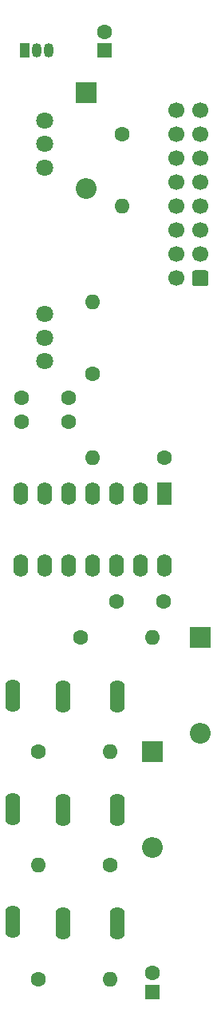
<source format=gbr>
G04 #@! TF.GenerationSoftware,KiCad,Pcbnew,(5.1.9)-1*
G04 #@! TF.CreationDate,2021-03-24T07:37:38+01:00*
G04 #@! TF.ProjectId,APC Eurorack Main,41504320-4575-4726-9f72-61636b204d61,rev?*
G04 #@! TF.SameCoordinates,Original*
G04 #@! TF.FileFunction,Soldermask,Top*
G04 #@! TF.FilePolarity,Negative*
%FSLAX46Y46*%
G04 Gerber Fmt 4.6, Leading zero omitted, Abs format (unit mm)*
G04 Created by KiCad (PCBNEW (5.1.9)-1) date 2021-03-24 07:37:38*
%MOMM*%
%LPD*%
G01*
G04 APERTURE LIST*
%ADD10O,1.600000X1.600000*%
%ADD11C,1.600000*%
%ADD12C,1.800000*%
%ADD13O,1.600000X3.500000*%
%ADD14C,1.700000*%
%ADD15O,1.600000X2.400000*%
%ADD16R,1.600000X2.400000*%
%ADD17R,1.050000X1.500000*%
%ADD18O,1.050000X1.500000*%
%ADD19O,2.200000X2.200000*%
%ADD20R,2.200000X2.200000*%
%ADD21R,1.600000X1.600000*%
G04 APERTURE END LIST*
D10*
G04 #@! TO.C,R1*
X10160000Y-50800000D03*
D11*
X17780000Y-50800000D03*
G04 #@! TD*
D12*
G04 #@! TO.C,R11*
X5080000Y-35560000D03*
X5080000Y-38060000D03*
X5080000Y-40560000D03*
G04 #@! TD*
G04 #@! TO.C,R10*
X5080000Y-15000000D03*
X5080000Y-17500000D03*
X5080000Y-20000000D03*
G04 #@! TD*
D13*
G04 #@! TO.C,J6*
X12800000Y-76100000D03*
X7000000Y-76100000D03*
X1700000Y-76000000D03*
G04 #@! TD*
G04 #@! TO.C,J5*
X12800000Y-100100000D03*
X7000000Y-100100000D03*
X1700000Y-100000000D03*
G04 #@! TD*
G04 #@! TO.C,J4*
X12800000Y-88100000D03*
X7000000Y-88100000D03*
X1700000Y-88000000D03*
G04 #@! TD*
D10*
G04 #@! TO.C,R9*
X10160000Y-34290000D03*
D11*
X10160000Y-41910000D03*
G04 #@! TD*
D10*
G04 #@! TO.C,R8*
X16510000Y-69850000D03*
D11*
X8890000Y-69850000D03*
G04 #@! TD*
D10*
G04 #@! TO.C,R7*
X12065000Y-81915000D03*
D11*
X4445000Y-81915000D03*
G04 #@! TD*
D10*
G04 #@! TO.C,R4*
X12065000Y-106045000D03*
D11*
X4445000Y-106045000D03*
G04 #@! TD*
D10*
G04 #@! TO.C,R3*
X4445000Y-93980000D03*
D11*
X12065000Y-93980000D03*
G04 #@! TD*
D10*
G04 #@! TO.C,R2*
X13335000Y-24130000D03*
D11*
X13335000Y-16510000D03*
G04 #@! TD*
D14*
G04 #@! TO.C,J1*
X19050000Y-13970000D03*
X19050000Y-16510000D03*
X19050000Y-19050000D03*
X19050000Y-21590000D03*
X19050000Y-24130000D03*
X19050000Y-26670000D03*
X19050000Y-29210000D03*
X19050000Y-31750000D03*
X21590000Y-13970000D03*
X21590000Y-16510000D03*
X21590000Y-19050000D03*
X21590000Y-21590000D03*
X21590000Y-24130000D03*
X21590000Y-26670000D03*
X21590000Y-29210000D03*
G36*
G01*
X22440000Y-31150000D02*
X22440000Y-32350000D01*
G75*
G02*
X22190000Y-32600000I-250000J0D01*
G01*
X20990000Y-32600000D01*
G75*
G02*
X20740000Y-32350000I0J250000D01*
G01*
X20740000Y-31150000D01*
G75*
G02*
X20990000Y-30900000I250000J0D01*
G01*
X22190000Y-30900000D01*
G75*
G02*
X22440000Y-31150000I0J-250000D01*
G01*
G37*
G04 #@! TD*
D15*
G04 #@! TO.C,IC2*
X17780000Y-62230000D03*
X2540000Y-54610000D03*
X15240000Y-62230000D03*
X5080000Y-54610000D03*
X12700000Y-62230000D03*
X7620000Y-54610000D03*
X10160000Y-62230000D03*
X10160000Y-54610000D03*
X7620000Y-62230000D03*
X12700000Y-54610000D03*
X5080000Y-62230000D03*
X15240000Y-54610000D03*
X2540000Y-62230000D03*
D16*
X17780000Y-54610000D03*
G04 #@! TD*
D17*
G04 #@! TO.C,IC1*
X3000000Y-7620000D03*
D18*
X5540000Y-7620000D03*
X4270000Y-7620000D03*
G04 #@! TD*
D19*
G04 #@! TO.C,D3*
X21590000Y-80010000D03*
D20*
X21590000Y-69850000D03*
G04 #@! TD*
D19*
G04 #@! TO.C,D2*
X16510000Y-92075000D03*
D20*
X16510000Y-81915000D03*
G04 #@! TD*
D19*
G04 #@! TO.C,D1*
X9525000Y-22225000D03*
D20*
X9525000Y-12065000D03*
G04 #@! TD*
D11*
G04 #@! TO.C,C5*
X11430000Y-5620000D03*
D21*
X11430000Y-7620000D03*
G04 #@! TD*
D11*
G04 #@! TO.C,C4*
X2620000Y-44450000D03*
X7620000Y-44450000D03*
G04 #@! TD*
G04 #@! TO.C,C3*
X16510000Y-105410000D03*
D21*
X16510000Y-107410000D03*
G04 #@! TD*
D11*
G04 #@! TO.C,C2*
X17700000Y-66040000D03*
X12700000Y-66040000D03*
G04 #@! TD*
G04 #@! TO.C,C1*
X2620000Y-46990000D03*
X7620000Y-46990000D03*
G04 #@! TD*
M02*

</source>
